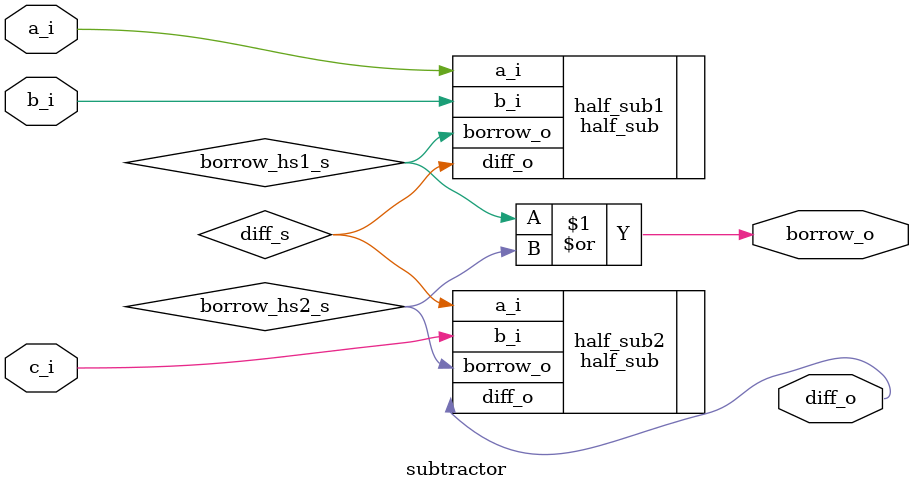
<source format=sv>

`timescale 1 ns/ 1 ps

module subtractor (
	input logic a_i, b_i, c_i,
	output logic borrow_o, diff_o
	);
	logic diff_s, borrow_hs1_s, borrow_hs2_s;
	
	half_sub half_sub1 (
		.a_i(a_i),
		.b_i(b_i),
		.borrow_o(borrow_hs1_s),
		.diff_o(diff_s)	
	);

	half_sub half_sub2 (
		.a_i(diff_s),
		.b_i(c_i),
		.borrow_o(borrow_hs2_s),
		.diff_o(diff_o)	
	);
	
	assign borrow_o = borrow_hs1_s | borrow_hs2_s;

endmodule : subtractor

</source>
